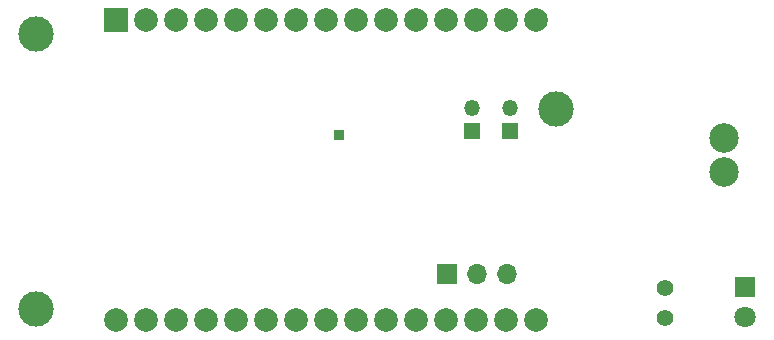
<source format=gbr>
%TF.GenerationSoftware,KiCad,Pcbnew,(7.0.0)*%
%TF.CreationDate,2023-04-17T14:45:16+03:00*%
%TF.ProjectId,sensor_system,73656e73-6f72-45f7-9379-7374656d2e6b,rev?*%
%TF.SameCoordinates,Original*%
%TF.FileFunction,Soldermask,Bot*%
%TF.FilePolarity,Negative*%
%FSLAX46Y46*%
G04 Gerber Fmt 4.6, Leading zero omitted, Abs format (unit mm)*
G04 Created by KiCad (PCBNEW (7.0.0)) date 2023-04-17 14:45:16*
%MOMM*%
%LPD*%
G01*
G04 APERTURE LIST*
%ADD10R,0.850000X0.850000*%
%ADD11C,3.000000*%
%ADD12R,1.700000X1.700000*%
%ADD13O,1.700000X1.700000*%
%ADD14R,1.350000X1.350000*%
%ADD15O,1.350000X1.350000*%
%ADD16C,1.400000*%
%ADD17R,1.800000X1.800000*%
%ADD18C,1.800000*%
%ADD19R,2.000000X2.000000*%
%ADD20C,2.000000*%
%ADD21C,2.500000*%
G04 APERTURE END LIST*
D10*
%TO.C,TP1*%
X123449999Y-35399999D03*
%TD*%
D11*
%TO.C,*%
X97850000Y-50100000D03*
%TD*%
D12*
%TO.C,SW1*%
X132659999Y-47149999D03*
D13*
X135199999Y-47149999D03*
X137739999Y-47149999D03*
%TD*%
D14*
%TO.C,TH1*%
X137999999Y-35049999D03*
D15*
X137999999Y-33049999D03*
%TD*%
D16*
%TO.C,J2*%
X151050000Y-50850000D03*
X151050000Y-48310000D03*
%TD*%
D11*
%TO.C,*%
X97850000Y-26800000D03*
%TD*%
%TO.C,*%
X141900000Y-33150000D03*
%TD*%
D17*
%TO.C,D9*%
X157899999Y-48229999D03*
D18*
X157900000Y-50770000D03*
%TD*%
D14*
%TO.C,BT1*%
X134749999Y-35049999D03*
D15*
X134749999Y-33049999D03*
%TD*%
D19*
%TO.C,U5*%
X104609999Y-25629999D03*
D20*
X107150000Y-25630000D03*
X109690000Y-25630000D03*
X112230000Y-25630000D03*
X114770000Y-25630000D03*
X117310000Y-25630000D03*
X119850000Y-25630000D03*
X122390000Y-25630000D03*
X124930000Y-25630000D03*
X127470000Y-25630000D03*
X130010000Y-25630000D03*
X132550000Y-25630000D03*
X135090000Y-25630000D03*
X137630000Y-25630000D03*
X140170000Y-25630000D03*
X140170000Y-51030000D03*
X137630000Y-51030000D03*
X135090000Y-51030000D03*
X132550000Y-51030000D03*
X130010000Y-51030000D03*
X127470000Y-51030000D03*
X124930000Y-51030000D03*
X122390000Y-51030000D03*
X119850000Y-51030000D03*
X117310000Y-51030000D03*
X114770000Y-51030000D03*
X112230000Y-51030000D03*
X109690000Y-51030000D03*
X107150000Y-51030000D03*
X104610000Y-51030000D03*
%TD*%
D21*
%TO.C,J1*%
X156100000Y-38490000D03*
X156100000Y-35650000D03*
%TD*%
M02*

</source>
